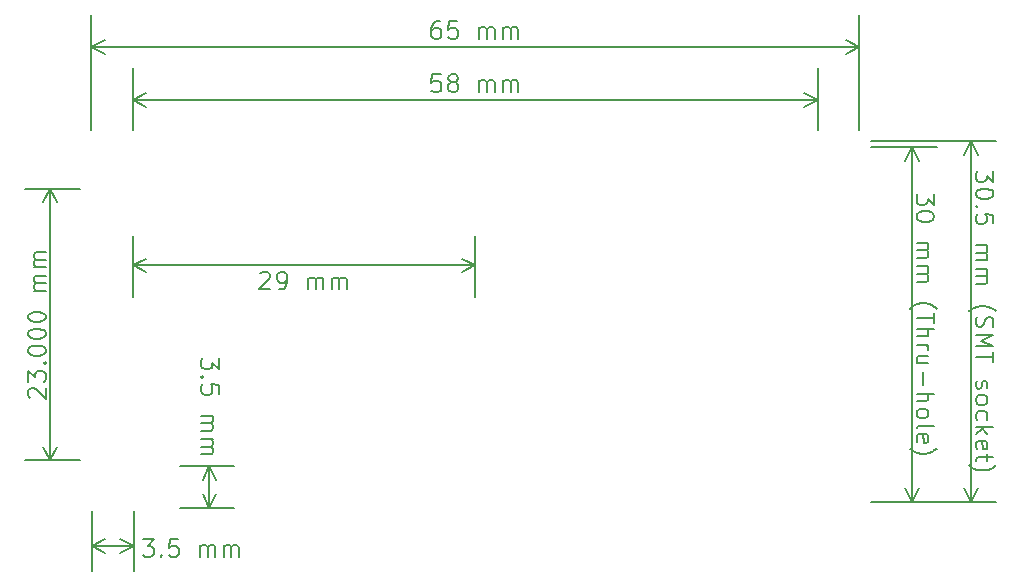
<source format=gbr>
G04 #@! TF.GenerationSoftware,KiCad,Pcbnew,(5.1.4)-1*
G04 #@! TF.CreationDate,2019-11-05T21:54:15-05:00*
G04 #@! TF.ProjectId,haptic-uhat,68617074-6963-42d7-9568-61742e6b6963,rev?*
G04 #@! TF.SameCoordinates,Original*
G04 #@! TF.FileFunction,Drawing*
%FSLAX46Y46*%
G04 Gerber Fmt 4.6, Leading zero omitted, Abs format (unit mm)*
G04 Created by KiCad (PCBNEW (5.1.4)-1) date 2019-11-05 21:54:15*
%MOMM*%
%LPD*%
G04 APERTURE LIST*
%ADD10C,0.150000*%
G04 APERTURE END LIST*
D10*
X88871428Y-26500000D02*
X88871428Y-27428571D01*
X88300000Y-26928571D01*
X88300000Y-27142857D01*
X88228571Y-27285714D01*
X88157142Y-27357142D01*
X88014285Y-27428571D01*
X87657142Y-27428571D01*
X87514285Y-27357142D01*
X87442857Y-27285714D01*
X87371428Y-27142857D01*
X87371428Y-26714285D01*
X87442857Y-26571428D01*
X87514285Y-26500000D01*
X88871428Y-28357142D02*
X88871428Y-28500000D01*
X88800000Y-28642857D01*
X88728571Y-28714285D01*
X88585714Y-28785714D01*
X88300000Y-28857142D01*
X87942857Y-28857142D01*
X87657142Y-28785714D01*
X87514285Y-28714285D01*
X87442857Y-28642857D01*
X87371428Y-28500000D01*
X87371428Y-28357142D01*
X87442857Y-28214285D01*
X87514285Y-28142857D01*
X87657142Y-28071428D01*
X87942857Y-28000000D01*
X88300000Y-28000000D01*
X88585714Y-28071428D01*
X88728571Y-28142857D01*
X88800000Y-28214285D01*
X88871428Y-28357142D01*
X87514285Y-29500000D02*
X87442857Y-29571428D01*
X87371428Y-29500000D01*
X87442857Y-29428571D01*
X87514285Y-29500000D01*
X87371428Y-29500000D01*
X88871428Y-30928571D02*
X88871428Y-30214285D01*
X88157142Y-30142857D01*
X88228571Y-30214285D01*
X88300000Y-30357142D01*
X88300000Y-30714285D01*
X88228571Y-30857142D01*
X88157142Y-30928571D01*
X88014285Y-31000000D01*
X87657142Y-31000000D01*
X87514285Y-30928571D01*
X87442857Y-30857142D01*
X87371428Y-30714285D01*
X87371428Y-30357142D01*
X87442857Y-30214285D01*
X87514285Y-30142857D01*
X87371428Y-32785714D02*
X88371428Y-32785714D01*
X88228571Y-32785714D02*
X88300000Y-32857142D01*
X88371428Y-33000000D01*
X88371428Y-33214285D01*
X88300000Y-33357142D01*
X88157142Y-33428571D01*
X87371428Y-33428571D01*
X88157142Y-33428571D02*
X88300000Y-33500000D01*
X88371428Y-33642857D01*
X88371428Y-33857142D01*
X88300000Y-34000000D01*
X88157142Y-34071428D01*
X87371428Y-34071428D01*
X87371428Y-34785714D02*
X88371428Y-34785714D01*
X88228571Y-34785714D02*
X88300000Y-34857142D01*
X88371428Y-35000000D01*
X88371428Y-35214285D01*
X88300000Y-35357142D01*
X88157142Y-35428571D01*
X87371428Y-35428571D01*
X88157142Y-35428571D02*
X88300000Y-35500000D01*
X88371428Y-35642857D01*
X88371428Y-35857142D01*
X88300000Y-36000000D01*
X88157142Y-36071428D01*
X87371428Y-36071428D01*
X86800000Y-38357142D02*
X86871428Y-38285714D01*
X87085714Y-38142857D01*
X87228571Y-38071428D01*
X87442857Y-38000000D01*
X87800000Y-37928571D01*
X88085714Y-37928571D01*
X88442857Y-38000000D01*
X88657142Y-38071428D01*
X88800000Y-38142857D01*
X89014285Y-38285714D01*
X89085714Y-38357142D01*
X87442857Y-38857142D02*
X87371428Y-39071428D01*
X87371428Y-39428571D01*
X87442857Y-39571428D01*
X87514285Y-39642857D01*
X87657142Y-39714285D01*
X87800000Y-39714285D01*
X87942857Y-39642857D01*
X88014285Y-39571428D01*
X88085714Y-39428571D01*
X88157142Y-39142857D01*
X88228571Y-39000000D01*
X88300000Y-38928571D01*
X88442857Y-38857142D01*
X88585714Y-38857142D01*
X88728571Y-38928571D01*
X88800000Y-39000000D01*
X88871428Y-39142857D01*
X88871428Y-39500000D01*
X88800000Y-39714285D01*
X87371428Y-40357142D02*
X88871428Y-40357142D01*
X87800000Y-40857142D01*
X88871428Y-41357142D01*
X87371428Y-41357142D01*
X88871428Y-41857142D02*
X88871428Y-42714285D01*
X87371428Y-42285714D02*
X88871428Y-42285714D01*
X87442857Y-44285714D02*
X87371428Y-44428571D01*
X87371428Y-44714285D01*
X87442857Y-44857142D01*
X87585714Y-44928571D01*
X87657142Y-44928571D01*
X87800000Y-44857142D01*
X87871428Y-44714285D01*
X87871428Y-44500000D01*
X87942857Y-44357142D01*
X88085714Y-44285714D01*
X88157142Y-44285714D01*
X88300000Y-44357142D01*
X88371428Y-44500000D01*
X88371428Y-44714285D01*
X88300000Y-44857142D01*
X87371428Y-45785714D02*
X87442857Y-45642857D01*
X87514285Y-45571428D01*
X87657142Y-45500000D01*
X88085714Y-45500000D01*
X88228571Y-45571428D01*
X88300000Y-45642857D01*
X88371428Y-45785714D01*
X88371428Y-46000000D01*
X88300000Y-46142857D01*
X88228571Y-46214285D01*
X88085714Y-46285714D01*
X87657142Y-46285714D01*
X87514285Y-46214285D01*
X87442857Y-46142857D01*
X87371428Y-46000000D01*
X87371428Y-45785714D01*
X87442857Y-47571428D02*
X87371428Y-47428571D01*
X87371428Y-47142857D01*
X87442857Y-47000000D01*
X87514285Y-46928571D01*
X87657142Y-46857142D01*
X88085714Y-46857142D01*
X88228571Y-46928571D01*
X88300000Y-47000000D01*
X88371428Y-47142857D01*
X88371428Y-47428571D01*
X88300000Y-47571428D01*
X87371428Y-48214285D02*
X88871428Y-48214285D01*
X87942857Y-48357142D02*
X87371428Y-48785714D01*
X88371428Y-48785714D02*
X87800000Y-48214285D01*
X87442857Y-50000000D02*
X87371428Y-49857142D01*
X87371428Y-49571428D01*
X87442857Y-49428571D01*
X87585714Y-49357142D01*
X88157142Y-49357142D01*
X88300000Y-49428571D01*
X88371428Y-49571428D01*
X88371428Y-49857142D01*
X88300000Y-50000000D01*
X88157142Y-50071428D01*
X88014285Y-50071428D01*
X87871428Y-49357142D01*
X88371428Y-50500000D02*
X88371428Y-51071428D01*
X88871428Y-50714285D02*
X87585714Y-50714285D01*
X87442857Y-50785714D01*
X87371428Y-50928571D01*
X87371428Y-51071428D01*
X86800000Y-51428571D02*
X86871428Y-51500000D01*
X87085714Y-51642857D01*
X87228571Y-51714285D01*
X87442857Y-51785714D01*
X87800000Y-51857142D01*
X88085714Y-51857142D01*
X88442857Y-51785714D01*
X88657142Y-51714285D01*
X88800000Y-51642857D01*
X89014285Y-51500000D01*
X89085714Y-51428571D01*
X87000000Y-24000000D02*
X87000000Y-54500000D01*
X78500000Y-24000000D02*
X89100000Y-24000000D01*
X78500000Y-54500000D02*
X89100000Y-54500000D01*
X87000000Y-54500000D02*
X86413579Y-53373496D01*
X87000000Y-54500000D02*
X87586421Y-53373496D01*
X87000000Y-24000000D02*
X86413579Y-25126504D01*
X87000000Y-24000000D02*
X87586421Y-25126504D01*
X83871428Y-28428571D02*
X83871428Y-29357142D01*
X83300000Y-28857142D01*
X83300000Y-29071428D01*
X83228571Y-29214285D01*
X83157142Y-29285714D01*
X83014285Y-29357142D01*
X82657142Y-29357142D01*
X82514285Y-29285714D01*
X82442857Y-29214285D01*
X82371428Y-29071428D01*
X82371428Y-28642857D01*
X82442857Y-28500000D01*
X82514285Y-28428571D01*
X83871428Y-30285714D02*
X83871428Y-30428571D01*
X83800000Y-30571428D01*
X83728571Y-30642857D01*
X83585714Y-30714285D01*
X83300000Y-30785714D01*
X82942857Y-30785714D01*
X82657142Y-30714285D01*
X82514285Y-30642857D01*
X82442857Y-30571428D01*
X82371428Y-30428571D01*
X82371428Y-30285714D01*
X82442857Y-30142857D01*
X82514285Y-30071428D01*
X82657142Y-30000000D01*
X82942857Y-29928571D01*
X83300000Y-29928571D01*
X83585714Y-30000000D01*
X83728571Y-30071428D01*
X83800000Y-30142857D01*
X83871428Y-30285714D01*
X82371428Y-32571428D02*
X83371428Y-32571428D01*
X83228571Y-32571428D02*
X83300000Y-32642857D01*
X83371428Y-32785714D01*
X83371428Y-33000000D01*
X83300000Y-33142857D01*
X83157142Y-33214285D01*
X82371428Y-33214285D01*
X83157142Y-33214285D02*
X83300000Y-33285714D01*
X83371428Y-33428571D01*
X83371428Y-33642857D01*
X83300000Y-33785714D01*
X83157142Y-33857142D01*
X82371428Y-33857142D01*
X82371428Y-34571428D02*
X83371428Y-34571428D01*
X83228571Y-34571428D02*
X83300000Y-34642857D01*
X83371428Y-34785714D01*
X83371428Y-35000000D01*
X83300000Y-35142857D01*
X83157142Y-35214285D01*
X82371428Y-35214285D01*
X83157142Y-35214285D02*
X83300000Y-35285714D01*
X83371428Y-35428571D01*
X83371428Y-35642857D01*
X83300000Y-35785714D01*
X83157142Y-35857142D01*
X82371428Y-35857142D01*
X81800000Y-38142857D02*
X81871428Y-38071428D01*
X82085714Y-37928571D01*
X82228571Y-37857142D01*
X82442857Y-37785714D01*
X82800000Y-37714285D01*
X83085714Y-37714285D01*
X83442857Y-37785714D01*
X83657142Y-37857142D01*
X83800000Y-37928571D01*
X84014285Y-38071428D01*
X84085714Y-38142857D01*
X83871428Y-38500000D02*
X83871428Y-39357142D01*
X82371428Y-38928571D02*
X83871428Y-38928571D01*
X82371428Y-39857142D02*
X83871428Y-39857142D01*
X82371428Y-40500000D02*
X83157142Y-40500000D01*
X83300000Y-40428571D01*
X83371428Y-40285714D01*
X83371428Y-40071428D01*
X83300000Y-39928571D01*
X83228571Y-39857142D01*
X82371428Y-41214285D02*
X83371428Y-41214285D01*
X83085714Y-41214285D02*
X83228571Y-41285714D01*
X83300000Y-41357142D01*
X83371428Y-41500000D01*
X83371428Y-41642857D01*
X83371428Y-42785714D02*
X82371428Y-42785714D01*
X83371428Y-42142857D02*
X82585714Y-42142857D01*
X82442857Y-42214285D01*
X82371428Y-42357142D01*
X82371428Y-42571428D01*
X82442857Y-42714285D01*
X82514285Y-42785714D01*
X82942857Y-43500000D02*
X82942857Y-44642857D01*
X82371428Y-45357142D02*
X83871428Y-45357142D01*
X82371428Y-46000000D02*
X83157142Y-46000000D01*
X83300000Y-45928571D01*
X83371428Y-45785714D01*
X83371428Y-45571428D01*
X83300000Y-45428571D01*
X83228571Y-45357142D01*
X82371428Y-46928571D02*
X82442857Y-46785714D01*
X82514285Y-46714285D01*
X82657142Y-46642857D01*
X83085714Y-46642857D01*
X83228571Y-46714285D01*
X83300000Y-46785714D01*
X83371428Y-46928571D01*
X83371428Y-47142857D01*
X83300000Y-47285714D01*
X83228571Y-47357142D01*
X83085714Y-47428571D01*
X82657142Y-47428571D01*
X82514285Y-47357142D01*
X82442857Y-47285714D01*
X82371428Y-47142857D01*
X82371428Y-46928571D01*
X82371428Y-48285714D02*
X82442857Y-48142857D01*
X82585714Y-48071428D01*
X83871428Y-48071428D01*
X82442857Y-49428571D02*
X82371428Y-49285714D01*
X82371428Y-49000000D01*
X82442857Y-48857142D01*
X82585714Y-48785714D01*
X83157142Y-48785714D01*
X83300000Y-48857142D01*
X83371428Y-49000000D01*
X83371428Y-49285714D01*
X83300000Y-49428571D01*
X83157142Y-49500000D01*
X83014285Y-49500000D01*
X82871428Y-48785714D01*
X81800000Y-50000000D02*
X81871428Y-50071428D01*
X82085714Y-50214285D01*
X82228571Y-50285714D01*
X82442857Y-50357142D01*
X82800000Y-50428571D01*
X83085714Y-50428571D01*
X83442857Y-50357142D01*
X83657142Y-50285714D01*
X83800000Y-50214285D01*
X84014285Y-50071428D01*
X84085714Y-50000000D01*
X82000000Y-24500000D02*
X82000000Y-54500000D01*
X78500000Y-24500000D02*
X84100000Y-24500000D01*
X78500000Y-54500000D02*
X84100000Y-54500000D01*
X82000000Y-54500000D02*
X81413579Y-53373496D01*
X82000000Y-54500000D02*
X82586421Y-53373496D01*
X82000000Y-24500000D02*
X81413579Y-25626504D01*
X82000000Y-24500000D02*
X82586421Y-25626504D01*
X7271428Y-45714285D02*
X7200000Y-45642857D01*
X7128571Y-45500000D01*
X7128571Y-45142857D01*
X7200000Y-45000000D01*
X7271428Y-44928571D01*
X7414285Y-44857142D01*
X7557142Y-44857142D01*
X7771428Y-44928571D01*
X8628571Y-45785714D01*
X8628571Y-44857142D01*
X7128571Y-44357142D02*
X7128571Y-43428571D01*
X7700000Y-43928571D01*
X7700000Y-43714285D01*
X7771428Y-43571428D01*
X7842857Y-43500000D01*
X7985714Y-43428571D01*
X8342857Y-43428571D01*
X8485714Y-43500000D01*
X8557142Y-43571428D01*
X8628571Y-43714285D01*
X8628571Y-44142857D01*
X8557142Y-44285714D01*
X8485714Y-44357142D01*
X8485714Y-42785714D02*
X8557142Y-42714285D01*
X8628571Y-42785714D01*
X8557142Y-42857142D01*
X8485714Y-42785714D01*
X8628571Y-42785714D01*
X7128571Y-41785714D02*
X7128571Y-41642857D01*
X7200000Y-41500000D01*
X7271428Y-41428571D01*
X7414285Y-41357142D01*
X7700000Y-41285714D01*
X8057142Y-41285714D01*
X8342857Y-41357142D01*
X8485714Y-41428571D01*
X8557142Y-41500000D01*
X8628571Y-41642857D01*
X8628571Y-41785714D01*
X8557142Y-41928571D01*
X8485714Y-42000000D01*
X8342857Y-42071428D01*
X8057142Y-42142857D01*
X7700000Y-42142857D01*
X7414285Y-42071428D01*
X7271428Y-42000000D01*
X7200000Y-41928571D01*
X7128571Y-41785714D01*
X7128571Y-40357142D02*
X7128571Y-40214285D01*
X7200000Y-40071428D01*
X7271428Y-40000000D01*
X7414285Y-39928571D01*
X7700000Y-39857142D01*
X8057142Y-39857142D01*
X8342857Y-39928571D01*
X8485714Y-40000000D01*
X8557142Y-40071428D01*
X8628571Y-40214285D01*
X8628571Y-40357142D01*
X8557142Y-40500000D01*
X8485714Y-40571428D01*
X8342857Y-40642857D01*
X8057142Y-40714285D01*
X7700000Y-40714285D01*
X7414285Y-40642857D01*
X7271428Y-40571428D01*
X7200000Y-40500000D01*
X7128571Y-40357142D01*
X7128571Y-38928571D02*
X7128571Y-38785714D01*
X7200000Y-38642857D01*
X7271428Y-38571428D01*
X7414285Y-38500000D01*
X7700000Y-38428571D01*
X8057142Y-38428571D01*
X8342857Y-38500000D01*
X8485714Y-38571428D01*
X8557142Y-38642857D01*
X8628571Y-38785714D01*
X8628571Y-38928571D01*
X8557142Y-39071428D01*
X8485714Y-39142857D01*
X8342857Y-39214285D01*
X8057142Y-39285714D01*
X7700000Y-39285714D01*
X7414285Y-39214285D01*
X7271428Y-39142857D01*
X7200000Y-39071428D01*
X7128571Y-38928571D01*
X8628571Y-36642857D02*
X7628571Y-36642857D01*
X7771428Y-36642857D02*
X7700000Y-36571428D01*
X7628571Y-36428571D01*
X7628571Y-36214285D01*
X7700000Y-36071428D01*
X7842857Y-36000000D01*
X8628571Y-36000000D01*
X7842857Y-36000000D02*
X7700000Y-35928571D01*
X7628571Y-35785714D01*
X7628571Y-35571428D01*
X7700000Y-35428571D01*
X7842857Y-35357142D01*
X8628571Y-35357142D01*
X8628571Y-34642857D02*
X7628571Y-34642857D01*
X7771428Y-34642857D02*
X7700000Y-34571428D01*
X7628571Y-34428571D01*
X7628571Y-34214285D01*
X7700000Y-34071428D01*
X7842857Y-34000000D01*
X8628571Y-34000000D01*
X7842857Y-34000000D02*
X7700000Y-33928571D01*
X7628571Y-33785714D01*
X7628571Y-33571428D01*
X7700000Y-33428571D01*
X7842857Y-33357142D01*
X8628571Y-33357142D01*
X9000000Y-51000000D02*
X9000000Y-28000000D01*
X11500000Y-51000000D02*
X6900000Y-51000000D01*
X11500000Y-28000000D02*
X6900000Y-28000000D01*
X9000000Y-28000000D02*
X9586421Y-29126504D01*
X9000000Y-28000000D02*
X8413579Y-29126504D01*
X9000000Y-51000000D02*
X9586421Y-49873496D01*
X9000000Y-51000000D02*
X8413579Y-49873496D01*
X16857142Y-57678571D02*
X17785714Y-57678571D01*
X17285714Y-58250000D01*
X17500000Y-58250000D01*
X17642857Y-58321428D01*
X17714285Y-58392857D01*
X17785714Y-58535714D01*
X17785714Y-58892857D01*
X17714285Y-59035714D01*
X17642857Y-59107142D01*
X17500000Y-59178571D01*
X17071428Y-59178571D01*
X16928571Y-59107142D01*
X16857142Y-59035714D01*
X18428571Y-59035714D02*
X18500000Y-59107142D01*
X18428571Y-59178571D01*
X18357142Y-59107142D01*
X18428571Y-59035714D01*
X18428571Y-59178571D01*
X19857142Y-57678571D02*
X19142857Y-57678571D01*
X19071428Y-58392857D01*
X19142857Y-58321428D01*
X19285714Y-58250000D01*
X19642857Y-58250000D01*
X19785714Y-58321428D01*
X19857142Y-58392857D01*
X19928571Y-58535714D01*
X19928571Y-58892857D01*
X19857142Y-59035714D01*
X19785714Y-59107142D01*
X19642857Y-59178571D01*
X19285714Y-59178571D01*
X19142857Y-59107142D01*
X19071428Y-59035714D01*
X21714285Y-59178571D02*
X21714285Y-58178571D01*
X21714285Y-58321428D02*
X21785714Y-58250000D01*
X21928571Y-58178571D01*
X22142857Y-58178571D01*
X22285714Y-58250000D01*
X22357142Y-58392857D01*
X22357142Y-59178571D01*
X22357142Y-58392857D02*
X22428571Y-58250000D01*
X22571428Y-58178571D01*
X22785714Y-58178571D01*
X22928571Y-58250000D01*
X23000000Y-58392857D01*
X23000000Y-59178571D01*
X23714285Y-59178571D02*
X23714285Y-58178571D01*
X23714285Y-58321428D02*
X23785714Y-58250000D01*
X23928571Y-58178571D01*
X24142857Y-58178571D01*
X24285714Y-58250000D01*
X24357142Y-58392857D01*
X24357142Y-59178571D01*
X24357142Y-58392857D02*
X24428571Y-58250000D01*
X24571428Y-58178571D01*
X24785714Y-58178571D01*
X24928571Y-58250000D01*
X25000000Y-58392857D01*
X25000000Y-59178571D01*
X12568883Y-58281100D02*
X16068883Y-58281100D01*
X12568883Y-55281100D02*
X12568883Y-60381100D01*
X16068883Y-55281100D02*
X16068883Y-60381100D01*
X16068883Y-58281100D02*
X14942379Y-58867521D01*
X16068883Y-58281100D02*
X14942379Y-57694679D01*
X12568883Y-58281100D02*
X13695387Y-58867521D01*
X12568883Y-58281100D02*
X13695387Y-57694679D01*
X23321428Y-42357142D02*
X23321428Y-43285714D01*
X22750000Y-42785714D01*
X22750000Y-43000000D01*
X22678571Y-43142857D01*
X22607142Y-43214285D01*
X22464285Y-43285714D01*
X22107142Y-43285714D01*
X21964285Y-43214285D01*
X21892857Y-43142857D01*
X21821428Y-43000000D01*
X21821428Y-42571428D01*
X21892857Y-42428571D01*
X21964285Y-42357142D01*
X21964285Y-43928571D02*
X21892857Y-44000000D01*
X21821428Y-43928571D01*
X21892857Y-43857142D01*
X21964285Y-43928571D01*
X21821428Y-43928571D01*
X23321428Y-45357142D02*
X23321428Y-44642857D01*
X22607142Y-44571428D01*
X22678571Y-44642857D01*
X22750000Y-44785714D01*
X22750000Y-45142857D01*
X22678571Y-45285714D01*
X22607142Y-45357142D01*
X22464285Y-45428571D01*
X22107142Y-45428571D01*
X21964285Y-45357142D01*
X21892857Y-45285714D01*
X21821428Y-45142857D01*
X21821428Y-44785714D01*
X21892857Y-44642857D01*
X21964285Y-44571428D01*
X21821428Y-47214285D02*
X22821428Y-47214285D01*
X22678571Y-47214285D02*
X22750000Y-47285714D01*
X22821428Y-47428571D01*
X22821428Y-47642857D01*
X22750000Y-47785714D01*
X22607142Y-47857142D01*
X21821428Y-47857142D01*
X22607142Y-47857142D02*
X22750000Y-47928571D01*
X22821428Y-48071428D01*
X22821428Y-48285714D01*
X22750000Y-48428571D01*
X22607142Y-48500000D01*
X21821428Y-48500000D01*
X21821428Y-49214285D02*
X22821428Y-49214285D01*
X22678571Y-49214285D02*
X22750000Y-49285714D01*
X22821428Y-49428571D01*
X22821428Y-49642857D01*
X22750000Y-49785714D01*
X22607142Y-49857142D01*
X21821428Y-49857142D01*
X22607142Y-49857142D02*
X22750000Y-49928571D01*
X22821428Y-50071428D01*
X22821428Y-50285714D01*
X22750000Y-50428571D01*
X22607142Y-50500000D01*
X21821428Y-50500000D01*
X22500000Y-51500000D02*
X22500000Y-55000000D01*
X20000000Y-51500000D02*
X24600000Y-51500000D01*
X20000000Y-55000000D02*
X24600000Y-55000000D01*
X22500000Y-55000000D02*
X21913579Y-53873496D01*
X22500000Y-55000000D02*
X23086421Y-53873496D01*
X22500000Y-51500000D02*
X21913579Y-52626504D01*
X22500000Y-51500000D02*
X23086421Y-52626504D01*
X26785714Y-35171427D02*
X26857142Y-35099999D01*
X27000000Y-35028570D01*
X27357142Y-35028570D01*
X27500000Y-35099999D01*
X27571428Y-35171427D01*
X27642857Y-35314284D01*
X27642857Y-35457141D01*
X27571428Y-35671427D01*
X26714285Y-36528570D01*
X27642857Y-36528570D01*
X28357142Y-36528570D02*
X28642857Y-36528570D01*
X28785714Y-36457141D01*
X28857142Y-36385713D01*
X29000000Y-36171427D01*
X29071428Y-35885713D01*
X29071428Y-35314284D01*
X29000000Y-35171427D01*
X28928571Y-35099999D01*
X28785714Y-35028570D01*
X28500000Y-35028570D01*
X28357142Y-35099999D01*
X28285714Y-35171427D01*
X28214285Y-35314284D01*
X28214285Y-35671427D01*
X28285714Y-35814284D01*
X28357142Y-35885713D01*
X28500000Y-35957141D01*
X28785714Y-35957141D01*
X28928571Y-35885713D01*
X29000000Y-35814284D01*
X29071428Y-35671427D01*
X30857142Y-36528570D02*
X30857142Y-35528570D01*
X30857142Y-35671427D02*
X30928571Y-35599999D01*
X31071428Y-35528570D01*
X31285714Y-35528570D01*
X31428571Y-35599999D01*
X31500000Y-35742856D01*
X31500000Y-36528570D01*
X31500000Y-35742856D02*
X31571428Y-35599999D01*
X31714285Y-35528570D01*
X31928571Y-35528570D01*
X32071428Y-35599999D01*
X32142857Y-35742856D01*
X32142857Y-36528570D01*
X32857142Y-36528570D02*
X32857142Y-35528570D01*
X32857142Y-35671427D02*
X32928571Y-35599999D01*
X33071428Y-35528570D01*
X33285714Y-35528570D01*
X33428571Y-35599999D01*
X33500000Y-35742856D01*
X33500000Y-36528570D01*
X33500000Y-35742856D02*
X33571428Y-35599999D01*
X33714285Y-35528570D01*
X33928571Y-35528570D01*
X34071428Y-35599999D01*
X34142857Y-35742856D01*
X34142857Y-36528570D01*
X16000000Y-34499999D02*
X45000000Y-34499999D01*
X16000000Y-32000000D02*
X16000000Y-37199999D01*
X45000000Y-32000000D02*
X45000000Y-37199999D01*
X45000000Y-34499999D02*
X43873496Y-35086420D01*
X45000000Y-34499999D02*
X43873496Y-33913578D01*
X16000000Y-34499999D02*
X17126504Y-35086420D01*
X16000000Y-34499999D02*
X17126504Y-33913578D01*
X42071428Y-18328571D02*
X41357142Y-18328571D01*
X41285714Y-19042857D01*
X41357142Y-18971428D01*
X41500000Y-18900000D01*
X41857142Y-18900000D01*
X42000000Y-18971428D01*
X42071428Y-19042857D01*
X42142857Y-19185714D01*
X42142857Y-19542857D01*
X42071428Y-19685714D01*
X42000000Y-19757142D01*
X41857142Y-19828571D01*
X41500000Y-19828571D01*
X41357142Y-19757142D01*
X41285714Y-19685714D01*
X43000000Y-18971428D02*
X42857142Y-18900000D01*
X42785714Y-18828571D01*
X42714285Y-18685714D01*
X42714285Y-18614285D01*
X42785714Y-18471428D01*
X42857142Y-18400000D01*
X43000000Y-18328571D01*
X43285714Y-18328571D01*
X43428571Y-18400000D01*
X43500000Y-18471428D01*
X43571428Y-18614285D01*
X43571428Y-18685714D01*
X43500000Y-18828571D01*
X43428571Y-18900000D01*
X43285714Y-18971428D01*
X43000000Y-18971428D01*
X42857142Y-19042857D01*
X42785714Y-19114285D01*
X42714285Y-19257142D01*
X42714285Y-19542857D01*
X42785714Y-19685714D01*
X42857142Y-19757142D01*
X43000000Y-19828571D01*
X43285714Y-19828571D01*
X43428571Y-19757142D01*
X43500000Y-19685714D01*
X43571428Y-19542857D01*
X43571428Y-19257142D01*
X43500000Y-19114285D01*
X43428571Y-19042857D01*
X43285714Y-18971428D01*
X45357142Y-19828571D02*
X45357142Y-18828571D01*
X45357142Y-18971428D02*
X45428571Y-18900000D01*
X45571428Y-18828571D01*
X45785714Y-18828571D01*
X45928571Y-18900000D01*
X46000000Y-19042857D01*
X46000000Y-19828571D01*
X46000000Y-19042857D02*
X46071428Y-18900000D01*
X46214285Y-18828571D01*
X46428571Y-18828571D01*
X46571428Y-18900000D01*
X46642857Y-19042857D01*
X46642857Y-19828571D01*
X47357142Y-19828571D02*
X47357142Y-18828571D01*
X47357142Y-18971428D02*
X47428571Y-18900000D01*
X47571428Y-18828571D01*
X47785714Y-18828571D01*
X47928571Y-18900000D01*
X48000000Y-19042857D01*
X48000000Y-19828571D01*
X48000000Y-19042857D02*
X48071428Y-18900000D01*
X48214285Y-18828571D01*
X48428571Y-18828571D01*
X48571428Y-18900000D01*
X48642857Y-19042857D01*
X48642857Y-19828571D01*
X16000000Y-20500000D02*
X74000000Y-20500000D01*
X16000000Y-23000000D02*
X16000000Y-17800000D01*
X74000000Y-23000000D02*
X74000000Y-17800000D01*
X74000000Y-20500000D02*
X72873496Y-21086421D01*
X74000000Y-20500000D02*
X72873496Y-19913579D01*
X16000000Y-20500000D02*
X17126504Y-21086421D01*
X16000000Y-20500000D02*
X17126504Y-19913579D01*
X42000000Y-13828571D02*
X41714285Y-13828571D01*
X41571428Y-13900000D01*
X41500000Y-13971428D01*
X41357142Y-14185714D01*
X41285714Y-14471428D01*
X41285714Y-15042857D01*
X41357142Y-15185714D01*
X41428571Y-15257142D01*
X41571428Y-15328571D01*
X41857142Y-15328571D01*
X42000000Y-15257142D01*
X42071428Y-15185714D01*
X42142857Y-15042857D01*
X42142857Y-14685714D01*
X42071428Y-14542857D01*
X42000000Y-14471428D01*
X41857142Y-14400000D01*
X41571428Y-14400000D01*
X41428571Y-14471428D01*
X41357142Y-14542857D01*
X41285714Y-14685714D01*
X43500000Y-13828571D02*
X42785714Y-13828571D01*
X42714285Y-14542857D01*
X42785714Y-14471428D01*
X42928571Y-14400000D01*
X43285714Y-14400000D01*
X43428571Y-14471428D01*
X43500000Y-14542857D01*
X43571428Y-14685714D01*
X43571428Y-15042857D01*
X43500000Y-15185714D01*
X43428571Y-15257142D01*
X43285714Y-15328571D01*
X42928571Y-15328571D01*
X42785714Y-15257142D01*
X42714285Y-15185714D01*
X45357142Y-15328571D02*
X45357142Y-14328571D01*
X45357142Y-14471428D02*
X45428571Y-14400000D01*
X45571428Y-14328571D01*
X45785714Y-14328571D01*
X45928571Y-14400000D01*
X46000000Y-14542857D01*
X46000000Y-15328571D01*
X46000000Y-14542857D02*
X46071428Y-14400000D01*
X46214285Y-14328571D01*
X46428571Y-14328571D01*
X46571428Y-14400000D01*
X46642857Y-14542857D01*
X46642857Y-15328571D01*
X47357142Y-15328571D02*
X47357142Y-14328571D01*
X47357142Y-14471428D02*
X47428571Y-14400000D01*
X47571428Y-14328571D01*
X47785714Y-14328571D01*
X47928571Y-14400000D01*
X48000000Y-14542857D01*
X48000000Y-15328571D01*
X48000000Y-14542857D02*
X48071428Y-14400000D01*
X48214285Y-14328571D01*
X48428571Y-14328571D01*
X48571428Y-14400000D01*
X48642857Y-14542857D01*
X48642857Y-15328571D01*
X12500000Y-16000000D02*
X77500000Y-16000000D01*
X12500000Y-23000000D02*
X12500000Y-13300000D01*
X77500000Y-23000000D02*
X77500000Y-13300000D01*
X77500000Y-16000000D02*
X76373496Y-16586421D01*
X77500000Y-16000000D02*
X76373496Y-15413579D01*
X12500000Y-16000000D02*
X13626504Y-16586421D01*
X12500000Y-16000000D02*
X13626504Y-15413579D01*
M02*

</source>
